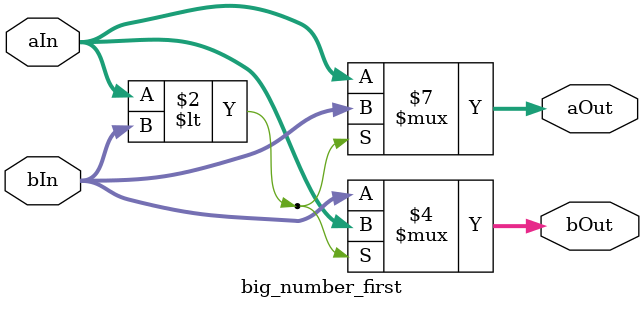
<source format=v>
module big_number_first (
    input wire [7:0] aIn, bIn,
    output reg [7:0] aOut, bOut
);

//aOut is bigger 

	always @(*) begin
		if (aIn < bIn) begin
			aOut = bIn;
			bOut = aIn;
		end
		else begin
			aOut = aIn;
			bOut = bIn;
		end
	end

endmodule
</source>
